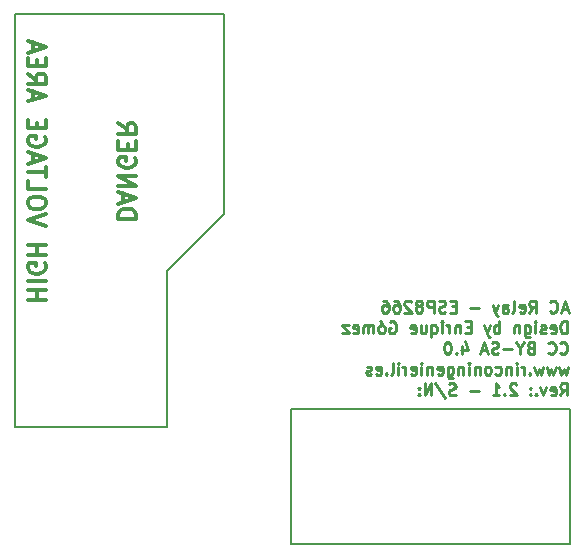
<source format=gbo>
G04 #@! TF.GenerationSoftware,KiCad,Pcbnew,5.0.2-bee76a0~70~ubuntu18.04.1*
G04 #@! TF.CreationDate,2019-03-23T21:35:36+01:00*
G04 #@! TF.ProjectId,AC Relay,41432052-656c-4617-992e-6b696361645f,rev?*
G04 #@! TF.SameCoordinates,Original*
G04 #@! TF.FileFunction,Legend,Bot*
G04 #@! TF.FilePolarity,Positive*
%FSLAX46Y46*%
G04 Gerber Fmt 4.6, Leading zero omitted, Abs format (unit mm)*
G04 Created by KiCad (PCBNEW 5.0.2-bee76a0~70~ubuntu18.04.1) date sáb 23 mar 2019 21:35:36 CET*
%MOMM*%
%LPD*%
G01*
G04 APERTURE LIST*
%ADD10C,0.200000*%
%ADD11C,0.300000*%
%ADD12C,0.250000*%
G04 APERTURE END LIST*
D10*
X82677000Y-83185000D02*
X82677000Y-69977000D01*
X116840000Y-93091000D02*
X116840000Y-81661000D01*
X93218000Y-93091000D02*
X116840000Y-93091000D01*
X93218000Y-81661000D02*
X93218000Y-93091000D01*
X116840000Y-81661000D02*
X93218000Y-81661000D01*
X69850000Y-83185000D02*
X69850000Y-48260000D01*
X82677000Y-83185000D02*
X69850000Y-83185000D01*
X87503000Y-65151000D02*
X82677000Y-69977000D01*
X87503000Y-48260000D02*
X87503000Y-65151000D01*
X69850000Y-48260000D02*
X87503000Y-48260000D01*
D11*
X78584428Y-65595000D02*
X80084428Y-65595000D01*
X80084428Y-65237857D01*
X80013000Y-65023571D01*
X79870142Y-64880714D01*
X79727285Y-64809285D01*
X79441571Y-64737857D01*
X79227285Y-64737857D01*
X78941571Y-64809285D01*
X78798714Y-64880714D01*
X78655857Y-65023571D01*
X78584428Y-65237857D01*
X78584428Y-65595000D01*
X79013000Y-64166428D02*
X79013000Y-63452142D01*
X78584428Y-64309285D02*
X80084428Y-63809285D01*
X78584428Y-63309285D01*
X78584428Y-62809285D02*
X80084428Y-62809285D01*
X78584428Y-61952142D01*
X80084428Y-61952142D01*
X80013000Y-60452142D02*
X80084428Y-60595000D01*
X80084428Y-60809285D01*
X80013000Y-61023571D01*
X79870142Y-61166428D01*
X79727285Y-61237857D01*
X79441571Y-61309285D01*
X79227285Y-61309285D01*
X78941571Y-61237857D01*
X78798714Y-61166428D01*
X78655857Y-61023571D01*
X78584428Y-60809285D01*
X78584428Y-60666428D01*
X78655857Y-60452142D01*
X78727285Y-60380714D01*
X79227285Y-60380714D01*
X79227285Y-60666428D01*
X79370142Y-59737857D02*
X79370142Y-59237857D01*
X78584428Y-59023571D02*
X78584428Y-59737857D01*
X80084428Y-59737857D01*
X80084428Y-59023571D01*
X78584428Y-57523571D02*
X79298714Y-58023571D01*
X78584428Y-58380714D02*
X80084428Y-58380714D01*
X80084428Y-57809285D01*
X80013000Y-57666428D01*
X79941571Y-57595000D01*
X79798714Y-57523571D01*
X79584428Y-57523571D01*
X79441571Y-57595000D01*
X79370142Y-57666428D01*
X79298714Y-57809285D01*
X79298714Y-58380714D01*
X70934428Y-72452142D02*
X72434428Y-72452142D01*
X71720142Y-72452142D02*
X71720142Y-71595000D01*
X70934428Y-71595000D02*
X72434428Y-71595000D01*
X70934428Y-70880714D02*
X72434428Y-70880714D01*
X72363000Y-69380714D02*
X72434428Y-69523571D01*
X72434428Y-69737857D01*
X72363000Y-69952142D01*
X72220142Y-70095000D01*
X72077285Y-70166428D01*
X71791571Y-70237857D01*
X71577285Y-70237857D01*
X71291571Y-70166428D01*
X71148714Y-70095000D01*
X71005857Y-69952142D01*
X70934428Y-69737857D01*
X70934428Y-69595000D01*
X71005857Y-69380714D01*
X71077285Y-69309285D01*
X71577285Y-69309285D01*
X71577285Y-69595000D01*
X70934428Y-68666428D02*
X72434428Y-68666428D01*
X71720142Y-68666428D02*
X71720142Y-67809285D01*
X70934428Y-67809285D02*
X72434428Y-67809285D01*
X72434428Y-66166428D02*
X70934428Y-65666428D01*
X72434428Y-65166428D01*
X72434428Y-64380714D02*
X72434428Y-64095000D01*
X72363000Y-63952142D01*
X72220142Y-63809285D01*
X71934428Y-63737857D01*
X71434428Y-63737857D01*
X71148714Y-63809285D01*
X71005857Y-63952142D01*
X70934428Y-64095000D01*
X70934428Y-64380714D01*
X71005857Y-64523571D01*
X71148714Y-64666428D01*
X71434428Y-64737857D01*
X71934428Y-64737857D01*
X72220142Y-64666428D01*
X72363000Y-64523571D01*
X72434428Y-64380714D01*
X70934428Y-62380714D02*
X70934428Y-63095000D01*
X72434428Y-63095000D01*
X72434428Y-62095000D02*
X72434428Y-61237857D01*
X70934428Y-61666428D02*
X72434428Y-61666428D01*
X71363000Y-60809285D02*
X71363000Y-60095000D01*
X70934428Y-60952142D02*
X72434428Y-60452142D01*
X70934428Y-59952142D01*
X72363000Y-58666428D02*
X72434428Y-58809285D01*
X72434428Y-59023571D01*
X72363000Y-59237857D01*
X72220142Y-59380714D01*
X72077285Y-59452142D01*
X71791571Y-59523571D01*
X71577285Y-59523571D01*
X71291571Y-59452142D01*
X71148714Y-59380714D01*
X71005857Y-59237857D01*
X70934428Y-59023571D01*
X70934428Y-58880714D01*
X71005857Y-58666428D01*
X71077285Y-58595000D01*
X71577285Y-58595000D01*
X71577285Y-58880714D01*
X71720142Y-57952142D02*
X71720142Y-57452142D01*
X70934428Y-57237857D02*
X70934428Y-57952142D01*
X72434428Y-57952142D01*
X72434428Y-57237857D01*
X71363000Y-55523571D02*
X71363000Y-54809285D01*
X70934428Y-55666428D02*
X72434428Y-55166428D01*
X70934428Y-54666428D01*
X70934428Y-53309285D02*
X71648714Y-53809285D01*
X70934428Y-54166428D02*
X72434428Y-54166428D01*
X72434428Y-53595000D01*
X72363000Y-53452142D01*
X72291571Y-53380714D01*
X72148714Y-53309285D01*
X71934428Y-53309285D01*
X71791571Y-53380714D01*
X71720142Y-53452142D01*
X71648714Y-53595000D01*
X71648714Y-54166428D01*
X71720142Y-52666428D02*
X71720142Y-52166428D01*
X70934428Y-51952142D02*
X70934428Y-52666428D01*
X72434428Y-52666428D01*
X72434428Y-51952142D01*
X71363000Y-51380714D02*
X71363000Y-50666428D01*
X70934428Y-51523571D02*
X72434428Y-51023571D01*
X70934428Y-50523571D01*
D12*
X116614023Y-73247666D02*
X116137833Y-73247666D01*
X116709261Y-73533380D02*
X116375928Y-72533380D01*
X116042595Y-73533380D01*
X115137833Y-73438142D02*
X115185452Y-73485761D01*
X115328309Y-73533380D01*
X115423547Y-73533380D01*
X115566404Y-73485761D01*
X115661642Y-73390523D01*
X115709261Y-73295285D01*
X115756880Y-73104809D01*
X115756880Y-72961952D01*
X115709261Y-72771476D01*
X115661642Y-72676238D01*
X115566404Y-72581000D01*
X115423547Y-72533380D01*
X115328309Y-72533380D01*
X115185452Y-72581000D01*
X115137833Y-72628619D01*
X113375928Y-73533380D02*
X113709261Y-73057190D01*
X113947357Y-73533380D02*
X113947357Y-72533380D01*
X113566404Y-72533380D01*
X113471166Y-72581000D01*
X113423547Y-72628619D01*
X113375928Y-72723857D01*
X113375928Y-72866714D01*
X113423547Y-72961952D01*
X113471166Y-73009571D01*
X113566404Y-73057190D01*
X113947357Y-73057190D01*
X112566404Y-73485761D02*
X112661642Y-73533380D01*
X112852119Y-73533380D01*
X112947357Y-73485761D01*
X112994976Y-73390523D01*
X112994976Y-73009571D01*
X112947357Y-72914333D01*
X112852119Y-72866714D01*
X112661642Y-72866714D01*
X112566404Y-72914333D01*
X112518785Y-73009571D01*
X112518785Y-73104809D01*
X112994976Y-73200047D01*
X111947357Y-73533380D02*
X112042595Y-73485761D01*
X112090214Y-73390523D01*
X112090214Y-72533380D01*
X111137833Y-73533380D02*
X111137833Y-73009571D01*
X111185452Y-72914333D01*
X111280690Y-72866714D01*
X111471166Y-72866714D01*
X111566404Y-72914333D01*
X111137833Y-73485761D02*
X111233071Y-73533380D01*
X111471166Y-73533380D01*
X111566404Y-73485761D01*
X111614023Y-73390523D01*
X111614023Y-73295285D01*
X111566404Y-73200047D01*
X111471166Y-73152428D01*
X111233071Y-73152428D01*
X111137833Y-73104809D01*
X110756880Y-72866714D02*
X110518785Y-73533380D01*
X110280690Y-72866714D02*
X110518785Y-73533380D01*
X110614023Y-73771476D01*
X110661642Y-73819095D01*
X110756880Y-73866714D01*
X109137833Y-73152428D02*
X108375928Y-73152428D01*
X107137833Y-73009571D02*
X106804500Y-73009571D01*
X106661642Y-73533380D02*
X107137833Y-73533380D01*
X107137833Y-72533380D01*
X106661642Y-72533380D01*
X106280690Y-73485761D02*
X106137833Y-73533380D01*
X105899738Y-73533380D01*
X105804500Y-73485761D01*
X105756880Y-73438142D01*
X105709261Y-73342904D01*
X105709261Y-73247666D01*
X105756880Y-73152428D01*
X105804500Y-73104809D01*
X105899738Y-73057190D01*
X106090214Y-73009571D01*
X106185452Y-72961952D01*
X106233071Y-72914333D01*
X106280690Y-72819095D01*
X106280690Y-72723857D01*
X106233071Y-72628619D01*
X106185452Y-72581000D01*
X106090214Y-72533380D01*
X105852119Y-72533380D01*
X105709261Y-72581000D01*
X105280690Y-73533380D02*
X105280690Y-72533380D01*
X104899738Y-72533380D01*
X104804500Y-72581000D01*
X104756880Y-72628619D01*
X104709261Y-72723857D01*
X104709261Y-72866714D01*
X104756880Y-72961952D01*
X104804500Y-73009571D01*
X104899738Y-73057190D01*
X105280690Y-73057190D01*
X104137833Y-72961952D02*
X104233071Y-72914333D01*
X104280690Y-72866714D01*
X104328309Y-72771476D01*
X104328309Y-72723857D01*
X104280690Y-72628619D01*
X104233071Y-72581000D01*
X104137833Y-72533380D01*
X103947357Y-72533380D01*
X103852119Y-72581000D01*
X103804500Y-72628619D01*
X103756880Y-72723857D01*
X103756880Y-72771476D01*
X103804500Y-72866714D01*
X103852119Y-72914333D01*
X103947357Y-72961952D01*
X104137833Y-72961952D01*
X104233071Y-73009571D01*
X104280690Y-73057190D01*
X104328309Y-73152428D01*
X104328309Y-73342904D01*
X104280690Y-73438142D01*
X104233071Y-73485761D01*
X104137833Y-73533380D01*
X103947357Y-73533380D01*
X103852119Y-73485761D01*
X103804500Y-73438142D01*
X103756880Y-73342904D01*
X103756880Y-73152428D01*
X103804500Y-73057190D01*
X103852119Y-73009571D01*
X103947357Y-72961952D01*
X103375928Y-72628619D02*
X103328309Y-72581000D01*
X103233071Y-72533380D01*
X102994976Y-72533380D01*
X102899738Y-72581000D01*
X102852119Y-72628619D01*
X102804500Y-72723857D01*
X102804500Y-72819095D01*
X102852119Y-72961952D01*
X103423547Y-73533380D01*
X102804500Y-73533380D01*
X101947357Y-72533380D02*
X102137833Y-72533380D01*
X102233071Y-72581000D01*
X102280690Y-72628619D01*
X102375928Y-72771476D01*
X102423547Y-72961952D01*
X102423547Y-73342904D01*
X102375928Y-73438142D01*
X102328309Y-73485761D01*
X102233071Y-73533380D01*
X102042595Y-73533380D01*
X101947357Y-73485761D01*
X101899738Y-73438142D01*
X101852119Y-73342904D01*
X101852119Y-73104809D01*
X101899738Y-73009571D01*
X101947357Y-72961952D01*
X102042595Y-72914333D01*
X102233071Y-72914333D01*
X102328309Y-72961952D01*
X102375928Y-73009571D01*
X102423547Y-73104809D01*
X100994976Y-72533380D02*
X101185452Y-72533380D01*
X101280690Y-72581000D01*
X101328309Y-72628619D01*
X101423547Y-72771476D01*
X101471166Y-72961952D01*
X101471166Y-73342904D01*
X101423547Y-73438142D01*
X101375928Y-73485761D01*
X101280690Y-73533380D01*
X101090214Y-73533380D01*
X100994976Y-73485761D01*
X100947357Y-73438142D01*
X100899738Y-73342904D01*
X100899738Y-73104809D01*
X100947357Y-73009571D01*
X100994976Y-72961952D01*
X101090214Y-72914333D01*
X101280690Y-72914333D01*
X101375928Y-72961952D01*
X101423547Y-73009571D01*
X101471166Y-73104809D01*
X116566404Y-75283380D02*
X116566404Y-74283380D01*
X116328309Y-74283380D01*
X116185452Y-74331000D01*
X116090214Y-74426238D01*
X116042595Y-74521476D01*
X115994976Y-74711952D01*
X115994976Y-74854809D01*
X116042595Y-75045285D01*
X116090214Y-75140523D01*
X116185452Y-75235761D01*
X116328309Y-75283380D01*
X116566404Y-75283380D01*
X115185452Y-75235761D02*
X115280690Y-75283380D01*
X115471166Y-75283380D01*
X115566404Y-75235761D01*
X115614023Y-75140523D01*
X115614023Y-74759571D01*
X115566404Y-74664333D01*
X115471166Y-74616714D01*
X115280690Y-74616714D01*
X115185452Y-74664333D01*
X115137833Y-74759571D01*
X115137833Y-74854809D01*
X115614023Y-74950047D01*
X114756880Y-75235761D02*
X114661642Y-75283380D01*
X114471166Y-75283380D01*
X114375928Y-75235761D01*
X114328309Y-75140523D01*
X114328309Y-75092904D01*
X114375928Y-74997666D01*
X114471166Y-74950047D01*
X114614023Y-74950047D01*
X114709261Y-74902428D01*
X114756880Y-74807190D01*
X114756880Y-74759571D01*
X114709261Y-74664333D01*
X114614023Y-74616714D01*
X114471166Y-74616714D01*
X114375928Y-74664333D01*
X113899738Y-75283380D02*
X113899738Y-74616714D01*
X113899738Y-74283380D02*
X113947357Y-74331000D01*
X113899738Y-74378619D01*
X113852119Y-74331000D01*
X113899738Y-74283380D01*
X113899738Y-74378619D01*
X112994976Y-74616714D02*
X112994976Y-75426238D01*
X113042595Y-75521476D01*
X113090214Y-75569095D01*
X113185452Y-75616714D01*
X113328309Y-75616714D01*
X113423547Y-75569095D01*
X112994976Y-75235761D02*
X113090214Y-75283380D01*
X113280690Y-75283380D01*
X113375928Y-75235761D01*
X113423547Y-75188142D01*
X113471166Y-75092904D01*
X113471166Y-74807190D01*
X113423547Y-74711952D01*
X113375928Y-74664333D01*
X113280690Y-74616714D01*
X113090214Y-74616714D01*
X112994976Y-74664333D01*
X112518785Y-74616714D02*
X112518785Y-75283380D01*
X112518785Y-74711952D02*
X112471166Y-74664333D01*
X112375928Y-74616714D01*
X112233071Y-74616714D01*
X112137833Y-74664333D01*
X112090214Y-74759571D01*
X112090214Y-75283380D01*
X110852119Y-75283380D02*
X110852119Y-74283380D01*
X110852119Y-74664333D02*
X110756880Y-74616714D01*
X110566404Y-74616714D01*
X110471166Y-74664333D01*
X110423547Y-74711952D01*
X110375928Y-74807190D01*
X110375928Y-75092904D01*
X110423547Y-75188142D01*
X110471166Y-75235761D01*
X110566404Y-75283380D01*
X110756880Y-75283380D01*
X110852119Y-75235761D01*
X110042595Y-74616714D02*
X109804500Y-75283380D01*
X109566404Y-74616714D02*
X109804500Y-75283380D01*
X109899738Y-75521476D01*
X109947357Y-75569095D01*
X110042595Y-75616714D01*
X108423547Y-74759571D02*
X108090214Y-74759571D01*
X107947357Y-75283380D02*
X108423547Y-75283380D01*
X108423547Y-74283380D01*
X107947357Y-74283380D01*
X107518785Y-74616714D02*
X107518785Y-75283380D01*
X107518785Y-74711952D02*
X107471166Y-74664333D01*
X107375928Y-74616714D01*
X107233071Y-74616714D01*
X107137833Y-74664333D01*
X107090214Y-74759571D01*
X107090214Y-75283380D01*
X106614023Y-75283380D02*
X106614023Y-74616714D01*
X106614023Y-74807190D02*
X106566404Y-74711952D01*
X106518785Y-74664333D01*
X106423547Y-74616714D01*
X106328309Y-74616714D01*
X105994976Y-75283380D02*
X105994976Y-74616714D01*
X105994976Y-74283380D02*
X106042595Y-74331000D01*
X105994976Y-74378619D01*
X105947357Y-74331000D01*
X105994976Y-74283380D01*
X105994976Y-74378619D01*
X105090214Y-74616714D02*
X105090214Y-75616714D01*
X105090214Y-75235761D02*
X105185452Y-75283380D01*
X105375928Y-75283380D01*
X105471166Y-75235761D01*
X105518785Y-75188142D01*
X105566404Y-75092904D01*
X105566404Y-74807190D01*
X105518785Y-74711952D01*
X105471166Y-74664333D01*
X105375928Y-74616714D01*
X105185452Y-74616714D01*
X105090214Y-74664333D01*
X104185452Y-74616714D02*
X104185452Y-75283380D01*
X104614023Y-74616714D02*
X104614023Y-75140523D01*
X104566404Y-75235761D01*
X104471166Y-75283380D01*
X104328309Y-75283380D01*
X104233071Y-75235761D01*
X104185452Y-75188142D01*
X103328309Y-75235761D02*
X103423547Y-75283380D01*
X103614023Y-75283380D01*
X103709261Y-75235761D01*
X103756880Y-75140523D01*
X103756880Y-74759571D01*
X103709261Y-74664333D01*
X103614023Y-74616714D01*
X103423547Y-74616714D01*
X103328309Y-74664333D01*
X103280690Y-74759571D01*
X103280690Y-74854809D01*
X103756880Y-74950047D01*
X101566404Y-74331000D02*
X101661642Y-74283380D01*
X101804500Y-74283380D01*
X101947357Y-74331000D01*
X102042595Y-74426238D01*
X102090214Y-74521476D01*
X102137833Y-74711952D01*
X102137833Y-74854809D01*
X102090214Y-75045285D01*
X102042595Y-75140523D01*
X101947357Y-75235761D01*
X101804500Y-75283380D01*
X101709261Y-75283380D01*
X101566404Y-75235761D01*
X101518785Y-75188142D01*
X101518785Y-74854809D01*
X101709261Y-74854809D01*
X100947357Y-75283380D02*
X101042595Y-75235761D01*
X101090214Y-75188142D01*
X101137833Y-75092904D01*
X101137833Y-74807190D01*
X101090214Y-74711952D01*
X101042595Y-74664333D01*
X100947357Y-74616714D01*
X100804500Y-74616714D01*
X100709261Y-74664333D01*
X100661642Y-74711952D01*
X100614023Y-74807190D01*
X100614023Y-75092904D01*
X100661642Y-75188142D01*
X100709261Y-75235761D01*
X100804500Y-75283380D01*
X100947357Y-75283380D01*
X100756880Y-74235761D02*
X100899738Y-74378619D01*
X100185452Y-75283380D02*
X100185452Y-74616714D01*
X100185452Y-74711952D02*
X100137833Y-74664333D01*
X100042595Y-74616714D01*
X99899738Y-74616714D01*
X99804500Y-74664333D01*
X99756880Y-74759571D01*
X99756880Y-75283380D01*
X99756880Y-74759571D02*
X99709261Y-74664333D01*
X99614023Y-74616714D01*
X99471166Y-74616714D01*
X99375928Y-74664333D01*
X99328309Y-74759571D01*
X99328309Y-75283380D01*
X98471166Y-75235761D02*
X98566404Y-75283380D01*
X98756880Y-75283380D01*
X98852119Y-75235761D01*
X98899738Y-75140523D01*
X98899738Y-74759571D01*
X98852119Y-74664333D01*
X98756880Y-74616714D01*
X98566404Y-74616714D01*
X98471166Y-74664333D01*
X98423547Y-74759571D01*
X98423547Y-74854809D01*
X98899738Y-74950047D01*
X98090214Y-74616714D02*
X97566404Y-74616714D01*
X98090214Y-75283380D01*
X97566404Y-75283380D01*
X115994976Y-76938142D02*
X116042595Y-76985761D01*
X116185452Y-77033380D01*
X116280690Y-77033380D01*
X116423547Y-76985761D01*
X116518785Y-76890523D01*
X116566404Y-76795285D01*
X116614023Y-76604809D01*
X116614023Y-76461952D01*
X116566404Y-76271476D01*
X116518785Y-76176238D01*
X116423547Y-76081000D01*
X116280690Y-76033380D01*
X116185452Y-76033380D01*
X116042595Y-76081000D01*
X115994976Y-76128619D01*
X114994976Y-76938142D02*
X115042595Y-76985761D01*
X115185452Y-77033380D01*
X115280690Y-77033380D01*
X115423547Y-76985761D01*
X115518785Y-76890523D01*
X115566404Y-76795285D01*
X115614023Y-76604809D01*
X115614023Y-76461952D01*
X115566404Y-76271476D01*
X115518785Y-76176238D01*
X115423547Y-76081000D01*
X115280690Y-76033380D01*
X115185452Y-76033380D01*
X115042595Y-76081000D01*
X114994976Y-76128619D01*
X113471166Y-76509571D02*
X113328309Y-76557190D01*
X113280690Y-76604809D01*
X113233071Y-76700047D01*
X113233071Y-76842904D01*
X113280690Y-76938142D01*
X113328309Y-76985761D01*
X113423547Y-77033380D01*
X113804500Y-77033380D01*
X113804500Y-76033380D01*
X113471166Y-76033380D01*
X113375928Y-76081000D01*
X113328309Y-76128619D01*
X113280690Y-76223857D01*
X113280690Y-76319095D01*
X113328309Y-76414333D01*
X113375928Y-76461952D01*
X113471166Y-76509571D01*
X113804500Y-76509571D01*
X112614023Y-76557190D02*
X112614023Y-77033380D01*
X112947357Y-76033380D02*
X112614023Y-76557190D01*
X112280690Y-76033380D01*
X111947357Y-76652428D02*
X111185452Y-76652428D01*
X110756880Y-76985761D02*
X110614023Y-77033380D01*
X110375928Y-77033380D01*
X110280690Y-76985761D01*
X110233071Y-76938142D01*
X110185452Y-76842904D01*
X110185452Y-76747666D01*
X110233071Y-76652428D01*
X110280690Y-76604809D01*
X110375928Y-76557190D01*
X110566404Y-76509571D01*
X110661642Y-76461952D01*
X110709261Y-76414333D01*
X110756880Y-76319095D01*
X110756880Y-76223857D01*
X110709261Y-76128619D01*
X110661642Y-76081000D01*
X110566404Y-76033380D01*
X110328309Y-76033380D01*
X110185452Y-76081000D01*
X109804500Y-76747666D02*
X109328309Y-76747666D01*
X109899738Y-77033380D02*
X109566404Y-76033380D01*
X109233071Y-77033380D01*
X107709261Y-76366714D02*
X107709261Y-77033380D01*
X107947357Y-75985761D02*
X108185452Y-76700047D01*
X107566404Y-76700047D01*
X107185452Y-76938142D02*
X107137833Y-76985761D01*
X107185452Y-77033380D01*
X107233071Y-76985761D01*
X107185452Y-76938142D01*
X107185452Y-77033380D01*
X106518785Y-76033380D02*
X106423547Y-76033380D01*
X106328309Y-76081000D01*
X106280690Y-76128619D01*
X106233071Y-76223857D01*
X106185452Y-76414333D01*
X106185452Y-76652428D01*
X106233071Y-76842904D01*
X106280690Y-76938142D01*
X106328309Y-76985761D01*
X106423547Y-77033380D01*
X106518785Y-77033380D01*
X106614023Y-76985761D01*
X106661642Y-76938142D01*
X106709261Y-76842904D01*
X106756880Y-76652428D01*
X106756880Y-76414333D01*
X106709261Y-76223857D01*
X106661642Y-76128619D01*
X106614023Y-76081000D01*
X106518785Y-76033380D01*
X116661642Y-78116714D02*
X116471166Y-78783380D01*
X116280690Y-78307190D01*
X116090214Y-78783380D01*
X115899738Y-78116714D01*
X115614023Y-78116714D02*
X115423547Y-78783380D01*
X115233071Y-78307190D01*
X115042595Y-78783380D01*
X114852119Y-78116714D01*
X114566404Y-78116714D02*
X114375928Y-78783380D01*
X114185452Y-78307190D01*
X113994976Y-78783380D01*
X113804500Y-78116714D01*
X113423547Y-78688142D02*
X113375928Y-78735761D01*
X113423547Y-78783380D01*
X113471166Y-78735761D01*
X113423547Y-78688142D01*
X113423547Y-78783380D01*
X112947357Y-78783380D02*
X112947357Y-78116714D01*
X112947357Y-78307190D02*
X112899738Y-78211952D01*
X112852119Y-78164333D01*
X112756880Y-78116714D01*
X112661642Y-78116714D01*
X112328309Y-78783380D02*
X112328309Y-78116714D01*
X112328309Y-77783380D02*
X112375928Y-77831000D01*
X112328309Y-77878619D01*
X112280690Y-77831000D01*
X112328309Y-77783380D01*
X112328309Y-77878619D01*
X111852119Y-78116714D02*
X111852119Y-78783380D01*
X111852119Y-78211952D02*
X111804500Y-78164333D01*
X111709261Y-78116714D01*
X111566404Y-78116714D01*
X111471166Y-78164333D01*
X111423547Y-78259571D01*
X111423547Y-78783380D01*
X110518785Y-78735761D02*
X110614023Y-78783380D01*
X110804500Y-78783380D01*
X110899738Y-78735761D01*
X110947357Y-78688142D01*
X110994976Y-78592904D01*
X110994976Y-78307190D01*
X110947357Y-78211952D01*
X110899738Y-78164333D01*
X110804500Y-78116714D01*
X110614023Y-78116714D01*
X110518785Y-78164333D01*
X109947357Y-78783380D02*
X110042595Y-78735761D01*
X110090214Y-78688142D01*
X110137833Y-78592904D01*
X110137833Y-78307190D01*
X110090214Y-78211952D01*
X110042595Y-78164333D01*
X109947357Y-78116714D01*
X109804500Y-78116714D01*
X109709261Y-78164333D01*
X109661642Y-78211952D01*
X109614023Y-78307190D01*
X109614023Y-78592904D01*
X109661642Y-78688142D01*
X109709261Y-78735761D01*
X109804500Y-78783380D01*
X109947357Y-78783380D01*
X109185452Y-78116714D02*
X109185452Y-78783380D01*
X109185452Y-78211952D02*
X109137833Y-78164333D01*
X109042595Y-78116714D01*
X108899738Y-78116714D01*
X108804500Y-78164333D01*
X108756880Y-78259571D01*
X108756880Y-78783380D01*
X108280690Y-78783380D02*
X108280690Y-78116714D01*
X108280690Y-77783380D02*
X108328309Y-77831000D01*
X108280690Y-77878619D01*
X108233071Y-77831000D01*
X108280690Y-77783380D01*
X108280690Y-77878619D01*
X107804500Y-78116714D02*
X107804500Y-78783380D01*
X107804500Y-78211952D02*
X107756880Y-78164333D01*
X107661642Y-78116714D01*
X107518785Y-78116714D01*
X107423547Y-78164333D01*
X107375928Y-78259571D01*
X107375928Y-78783380D01*
X106471166Y-78116714D02*
X106471166Y-78926238D01*
X106518785Y-79021476D01*
X106566404Y-79069095D01*
X106661642Y-79116714D01*
X106804500Y-79116714D01*
X106899738Y-79069095D01*
X106471166Y-78735761D02*
X106566404Y-78783380D01*
X106756880Y-78783380D01*
X106852119Y-78735761D01*
X106899738Y-78688142D01*
X106947357Y-78592904D01*
X106947357Y-78307190D01*
X106899738Y-78211952D01*
X106852119Y-78164333D01*
X106756880Y-78116714D01*
X106566404Y-78116714D01*
X106471166Y-78164333D01*
X105614023Y-78735761D02*
X105709261Y-78783380D01*
X105899738Y-78783380D01*
X105994976Y-78735761D01*
X106042595Y-78640523D01*
X106042595Y-78259571D01*
X105994976Y-78164333D01*
X105899738Y-78116714D01*
X105709261Y-78116714D01*
X105614023Y-78164333D01*
X105566404Y-78259571D01*
X105566404Y-78354809D01*
X106042595Y-78450047D01*
X105137833Y-78116714D02*
X105137833Y-78783380D01*
X105137833Y-78211952D02*
X105090214Y-78164333D01*
X104994976Y-78116714D01*
X104852119Y-78116714D01*
X104756880Y-78164333D01*
X104709261Y-78259571D01*
X104709261Y-78783380D01*
X104233071Y-78783380D02*
X104233071Y-78116714D01*
X104233071Y-77783380D02*
X104280690Y-77831000D01*
X104233071Y-77878619D01*
X104185452Y-77831000D01*
X104233071Y-77783380D01*
X104233071Y-77878619D01*
X103375928Y-78735761D02*
X103471166Y-78783380D01*
X103661642Y-78783380D01*
X103756880Y-78735761D01*
X103804500Y-78640523D01*
X103804500Y-78259571D01*
X103756880Y-78164333D01*
X103661642Y-78116714D01*
X103471166Y-78116714D01*
X103375928Y-78164333D01*
X103328309Y-78259571D01*
X103328309Y-78354809D01*
X103804500Y-78450047D01*
X102899738Y-78783380D02*
X102899738Y-78116714D01*
X102899738Y-78307190D02*
X102852119Y-78211952D01*
X102804500Y-78164333D01*
X102709261Y-78116714D01*
X102614023Y-78116714D01*
X102280690Y-78783380D02*
X102280690Y-78116714D01*
X102280690Y-77783380D02*
X102328309Y-77831000D01*
X102280690Y-77878619D01*
X102233071Y-77831000D01*
X102280690Y-77783380D01*
X102280690Y-77878619D01*
X101661642Y-78783380D02*
X101756880Y-78735761D01*
X101804500Y-78640523D01*
X101804500Y-77783380D01*
X101280690Y-78688142D02*
X101233071Y-78735761D01*
X101280690Y-78783380D01*
X101328309Y-78735761D01*
X101280690Y-78688142D01*
X101280690Y-78783380D01*
X100423547Y-78735761D02*
X100518785Y-78783380D01*
X100709261Y-78783380D01*
X100804500Y-78735761D01*
X100852119Y-78640523D01*
X100852119Y-78259571D01*
X100804500Y-78164333D01*
X100709261Y-78116714D01*
X100518785Y-78116714D01*
X100423547Y-78164333D01*
X100375928Y-78259571D01*
X100375928Y-78354809D01*
X100852119Y-78450047D01*
X99994976Y-78735761D02*
X99899738Y-78783380D01*
X99709261Y-78783380D01*
X99614023Y-78735761D01*
X99566404Y-78640523D01*
X99566404Y-78592904D01*
X99614023Y-78497666D01*
X99709261Y-78450047D01*
X99852119Y-78450047D01*
X99947357Y-78402428D01*
X99994976Y-78307190D01*
X99994976Y-78259571D01*
X99947357Y-78164333D01*
X99852119Y-78116714D01*
X99709261Y-78116714D01*
X99614023Y-78164333D01*
X115994976Y-80533380D02*
X116328309Y-80057190D01*
X116566404Y-80533380D02*
X116566404Y-79533380D01*
X116185452Y-79533380D01*
X116090214Y-79581000D01*
X116042595Y-79628619D01*
X115994976Y-79723857D01*
X115994976Y-79866714D01*
X116042595Y-79961952D01*
X116090214Y-80009571D01*
X116185452Y-80057190D01*
X116566404Y-80057190D01*
X115185452Y-80485761D02*
X115280690Y-80533380D01*
X115471166Y-80533380D01*
X115566404Y-80485761D01*
X115614023Y-80390523D01*
X115614023Y-80009571D01*
X115566404Y-79914333D01*
X115471166Y-79866714D01*
X115280690Y-79866714D01*
X115185452Y-79914333D01*
X115137833Y-80009571D01*
X115137833Y-80104809D01*
X115614023Y-80200047D01*
X114804500Y-79866714D02*
X114566404Y-80533380D01*
X114328309Y-79866714D01*
X113947357Y-80438142D02*
X113899738Y-80485761D01*
X113947357Y-80533380D01*
X113994976Y-80485761D01*
X113947357Y-80438142D01*
X113947357Y-80533380D01*
X113471166Y-80438142D02*
X113423547Y-80485761D01*
X113471166Y-80533380D01*
X113518785Y-80485761D01*
X113471166Y-80438142D01*
X113471166Y-80533380D01*
X113471166Y-79914333D02*
X113423547Y-79961952D01*
X113471166Y-80009571D01*
X113518785Y-79961952D01*
X113471166Y-79914333D01*
X113471166Y-80009571D01*
X112280690Y-79628619D02*
X112233071Y-79581000D01*
X112137833Y-79533380D01*
X111899738Y-79533380D01*
X111804500Y-79581000D01*
X111756880Y-79628619D01*
X111709261Y-79723857D01*
X111709261Y-79819095D01*
X111756880Y-79961952D01*
X112328309Y-80533380D01*
X111709261Y-80533380D01*
X111280690Y-80438142D02*
X111233071Y-80485761D01*
X111280690Y-80533380D01*
X111328309Y-80485761D01*
X111280690Y-80438142D01*
X111280690Y-80533380D01*
X110280690Y-80533380D02*
X110852119Y-80533380D01*
X110566404Y-80533380D02*
X110566404Y-79533380D01*
X110661642Y-79676238D01*
X110756880Y-79771476D01*
X110852119Y-79819095D01*
X109090214Y-80152428D02*
X108328309Y-80152428D01*
X107137833Y-80485761D02*
X106994976Y-80533380D01*
X106756880Y-80533380D01*
X106661642Y-80485761D01*
X106614023Y-80438142D01*
X106566404Y-80342904D01*
X106566404Y-80247666D01*
X106614023Y-80152428D01*
X106661642Y-80104809D01*
X106756880Y-80057190D01*
X106947357Y-80009571D01*
X107042595Y-79961952D01*
X107090214Y-79914333D01*
X107137833Y-79819095D01*
X107137833Y-79723857D01*
X107090214Y-79628619D01*
X107042595Y-79581000D01*
X106947357Y-79533380D01*
X106709261Y-79533380D01*
X106566404Y-79581000D01*
X105423547Y-79485761D02*
X106280690Y-80771476D01*
X105090214Y-80533380D02*
X105090214Y-79533380D01*
X104518785Y-80533380D01*
X104518785Y-79533380D01*
X104042595Y-80438142D02*
X103994976Y-80485761D01*
X104042595Y-80533380D01*
X104090214Y-80485761D01*
X104042595Y-80438142D01*
X104042595Y-80533380D01*
X104042595Y-79914333D02*
X103994976Y-79961952D01*
X104042595Y-80009571D01*
X104090214Y-79961952D01*
X104042595Y-79914333D01*
X104042595Y-80009571D01*
M02*

</source>
